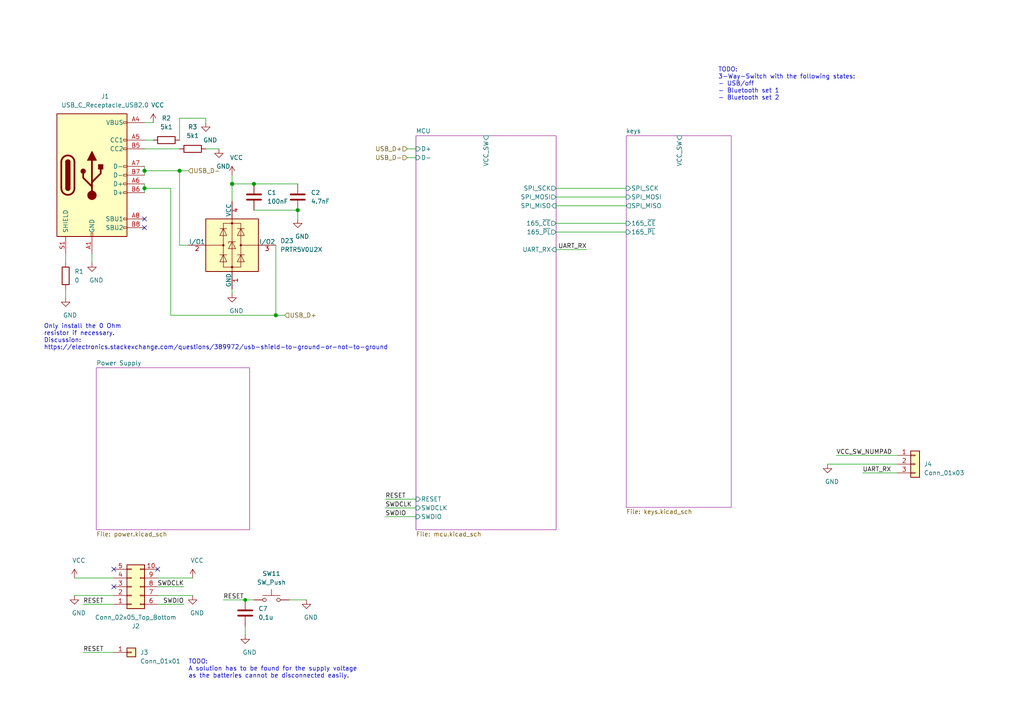
<source format=kicad_sch>
(kicad_sch (version 20201015) (generator eeschema)
  (paper "A4")
  (lib_symbols
    (symbol "Connector:USB_C_Receptacle_USB2.0" (pin_names (offset 1.016))
      (property "Reference" "J" (at -10.16 19.05 0))
      (property "Value" "USB_C_Receptacle_USB2.0" (at 19.05 19.05 0))
      (symbol "USB_C_Receptacle_USB2.0_0_0"
        (rectangle (start -0.254 -17.78) (end 0.254 -16.764))
        (rectangle (start 10.16 -14.986) (end 9.144 -15.494))
        (rectangle (start 10.16 -12.446) (end 9.144 -12.954))
        (rectangle (start 10.16 -4.826) (end 9.144 -5.334))
        (rectangle (start 10.16 -2.286) (end 9.144 -2.794))
        (rectangle (start 10.16 0.254) (end 9.144 -0.254))
        (rectangle (start 10.16 2.794) (end 9.144 2.286))
        (rectangle (start 10.16 7.874) (end 9.144 7.366))
        (rectangle (start 10.16 10.414) (end 9.144 9.906))
        (rectangle (start 10.16 15.494) (end 9.144 14.986))
      )
      (symbol "USB_C_Receptacle_USB2.0_0_1"
        (arc (start -8.89 -3.81) (end -5.08 -3.81) (radius (at -6.985 -3.81) (length 1.905) (angles -179.9 -0.1)) (stroke (width 0.508)))
        (arc (start -7.62 -3.81) (end -6.35 -3.81) (radius (at -6.985 -3.81) (length 0.635) (angles -179.9 -0.1)) (stroke (width 0.254)))
        (arc (start -7.62 -3.81) (end -6.35 -3.81) (radius (at -6.985 -3.81) (length 0.635) (angles -179.9 -0.1)) (stroke (width 0.254)) (fill (type outline)))
        (arc (start -6.35 3.81) (end -7.62 3.81) (radius (at -6.985 3.81) (length 0.635) (angles 0.1 179.9)) (stroke (width 0.254)) (fill (type outline)))
        (arc (start -6.35 3.81) (end -7.62 3.81) (radius (at -6.985 3.81) (length 0.635) (angles 0.1 179.9)) (stroke (width 0.254)))
        (arc (start -5.08 3.81) (end -8.89 3.81) (radius (at -6.985 3.81) (length 1.905) (angles 0.1 179.9)) (stroke (width 0.508)))
        (circle (center -2.54 1.143) (radius 0.635) (stroke (width 0.254)) (fill (type outline)))
        (circle (center 0 -5.842) (radius 1.27) (fill (type outline)))
        (rectangle (start -10.16 17.78) (end 10.16 -17.78) (stroke (width 0.254)) (fill (type background)))
        (rectangle (start -7.62 -3.81) (end -6.35 3.81) (stroke (width 0.254)) (fill (type outline)))
        (rectangle (start 1.905 1.778) (end 3.175 3.048) (stroke (width 0.254)) (fill (type outline)))
        (polyline (pts (xy -8.89 -3.81) (xy -8.89 3.81)) (stroke (width 0.508)))
        (polyline (pts (xy -5.08 3.81) (xy -5.08 -3.81)) (stroke (width 0.508)))
        (polyline (pts (xy 0 -5.842) (xy 0 4.318)) (stroke (width 0.508)))
        (polyline (pts (xy 0 -3.302) (xy -2.54 -0.762) (xy -2.54 0.508)) (stroke (width 0.508)))
        (polyline (pts (xy 0 -2.032) (xy 2.54 0.508) (xy 2.54 1.778)) (stroke (width 0.508)))
        (polyline (pts (xy -1.27 4.318) (xy 0 6.858) (xy 1.27 4.318) (xy -1.27 4.318)) (stroke (width 0.254)) (fill (type outline)))
      )
      (symbol "USB_C_Receptacle_USB2.0_1_1"
        (pin passive line (at 0 -22.86 90) (length 5.08) (name "GND") (number "A1"))
        (pin passive line (at 0 -22.86 90) (length 5.08) hide (name "GND") (number "A12"))
        (pin passive line (at 15.24 15.24 180) (length 5.08) (name "VBUS") (number "A4"))
        (pin bidirectional line (at 15.24 10.16 180) (length 5.08) (name "CC1") (number "A5"))
        (pin bidirectional line (at 15.24 -2.54 180) (length 5.08) (name "D+") (number "A6"))
        (pin bidirectional line (at 15.24 2.54 180) (length 5.08) (name "D-") (number "A7"))
        (pin bidirectional line (at 15.24 -12.7 180) (length 5.08) (name "SBU1") (number "A8"))
        (pin passive line (at 15.24 15.24 180) (length 5.08) hide (name "VBUS") (number "A9"))
        (pin passive line (at 0 -22.86 90) (length 5.08) hide (name "GND") (number "B1"))
        (pin passive line (at 0 -22.86 90) (length 5.08) hide (name "GND") (number "B12"))
        (pin passive line (at 15.24 15.24 180) (length 5.08) hide (name "VBUS") (number "B4"))
        (pin bidirectional line (at 15.24 7.62 180) (length 5.08) (name "CC2") (number "B5"))
        (pin bidirectional line (at 15.24 -5.08 180) (length 5.08) (name "D+") (number "B6"))
        (pin bidirectional line (at 15.24 0 180) (length 5.08) (name "D-") (number "B7"))
        (pin bidirectional line (at 15.24 -15.24 180) (length 5.08) (name "SBU2") (number "B8"))
        (pin passive line (at 15.24 15.24 180) (length 5.08) hide (name "VBUS") (number "B9"))
        (pin passive line (at -7.62 -22.86 90) (length 5.08) (name "SHIELD") (number "S1"))
      )
    )
    (symbol "Connector_Generic:Conn_01x01" (pin_names (offset 1.016) hide)
      (property "Reference" "J" (at 0 2.54 0))
      (property "Value" "Conn_01x01" (at 0 -2.54 0))
      (symbol "Conn_01x01_1_1"
        (rectangle (start -1.27 0.127) (end 0 -0.127) (stroke (width 0.1524)))
        (rectangle (start -1.27 1.27) (end 1.27 -1.27) (stroke (width 0.254)) (fill (type background)))
        (pin passive line (at -5.08 0 0) (length 3.81) (name "Pin_1") (number "1"))
      )
    )
    (symbol "Connector_Generic:Conn_01x03" (pin_names (offset 1.016) hide)
      (property "Reference" "J" (at 0 5.08 0))
      (property "Value" "Conn_01x03" (at 0 -5.08 0))
      (symbol "Conn_01x03_1_1"
        (rectangle (start -1.27 -2.413) (end 0 -2.667) (stroke (width 0.1524)))
        (rectangle (start -1.27 2.667) (end 0 2.413) (stroke (width 0.1524)))
        (rectangle (start -1.27 3.81) (end 1.27 -3.81) (stroke (width 0.254)) (fill (type background)))
        (rectangle (start -1.27 0.127) (end 0 -0.127) (stroke (width 0.1524)))
        (pin passive line (at -5.08 2.54 0) (length 3.81) (name "Pin_1") (number "1"))
        (pin passive line (at -5.08 0 0) (length 3.81) (name "Pin_2") (number "2"))
        (pin passive line (at -5.08 -2.54 0) (length 3.81) (name "Pin_3") (number "3"))
      )
    )
    (symbol "Connector_Generic:Conn_02x05_Top_Bottom" (pin_names (offset 1.016) hide)
      (property "Reference" "J" (at 1.27 7.62 0))
      (property "Value" "Conn_02x05_Top_Bottom" (at 1.27 -7.62 0))
      (symbol "Conn_02x05_Top_Bottom_1_1"
        (rectangle (start -1.27 -4.953) (end 0 -5.207) (stroke (width 0.1524)))
        (rectangle (start -1.27 -2.413) (end 0 -2.667) (stroke (width 0.1524)))
        (rectangle (start -1.27 2.667) (end 0 2.413) (stroke (width 0.1524)))
        (rectangle (start -1.27 5.207) (end 0 4.953) (stroke (width 0.1524)))
        (rectangle (start -1.27 6.35) (end 3.81 -6.35) (stroke (width 0.254)) (fill (type background)))
        (rectangle (start -1.27 0.127) (end 0 -0.127) (stroke (width 0.1524)))
        (rectangle (start 3.81 -4.953) (end 2.54 -5.207) (stroke (width 0.1524)))
        (rectangle (start 3.81 -2.413) (end 2.54 -2.667) (stroke (width 0.1524)))
        (rectangle (start 3.81 2.667) (end 2.54 2.413) (stroke (width 0.1524)))
        (rectangle (start 3.81 5.207) (end 2.54 4.953) (stroke (width 0.1524)))
        (rectangle (start 3.81 0.127) (end 2.54 -0.127) (stroke (width 0.1524)))
        (pin passive line (at -5.08 5.08 0) (length 3.81) (name "Pin_1") (number "1"))
        (pin passive line (at 7.62 -5.08 180) (length 3.81) (name "Pin_10") (number "10"))
        (pin passive line (at -5.08 2.54 0) (length 3.81) (name "Pin_2") (number "2"))
        (pin passive line (at -5.08 0 0) (length 3.81) (name "Pin_3") (number "3"))
        (pin passive line (at -5.08 -2.54 0) (length 3.81) (name "Pin_4") (number "4"))
        (pin passive line (at -5.08 -5.08 0) (length 3.81) (name "Pin_5") (number "5"))
        (pin passive line (at 7.62 5.08 180) (length 3.81) (name "Pin_6") (number "6"))
        (pin passive line (at 7.62 2.54 180) (length 3.81) (name "Pin_7") (number "7"))
        (pin passive line (at 7.62 0 180) (length 3.81) (name "Pin_8") (number "8"))
        (pin passive line (at 7.62 -2.54 180) (length 3.81) (name "Pin_9") (number "9"))
      )
    )
    (symbol "Device:C" (pin_numbers hide) (pin_names (offset 0.254))
      (property "Reference" "C" (at 0.635 2.54 0))
      (property "Value" "C" (at 0.635 -2.54 0))
      (symbol "C_0_1"
        (polyline (pts (xy -2.032 -0.762) (xy 2.032 -0.762)) (stroke (width 0.508)))
        (polyline (pts (xy -2.032 0.762) (xy 2.032 0.762)) (stroke (width 0.508)))
      )
      (symbol "C_1_1"
        (pin passive line (at 0 3.81 270) (length 2.794) (name "~") (number "1"))
        (pin passive line (at 0 -3.81 90) (length 2.794) (name "~") (number "2"))
      )
    )
    (symbol "Device:R" (pin_numbers hide) (pin_names (offset 0))
      (property "Reference" "R" (at 2.032 0 90))
      (property "Value" "R" (at 0 0 90))
      (symbol "R_0_1"
        (rectangle (start -1.016 -2.54) (end 1.016 2.54) (stroke (width 0.254)))
      )
      (symbol "R_1_1"
        (pin passive line (at 0 3.81 270) (length 1.27) (name "~") (number "1"))
        (pin passive line (at 0 -3.81 90) (length 1.27) (name "~") (number "2"))
      )
    )
    (symbol "Power_Protection:PRTR5V0U2X" (pin_names (offset 0))
      (property "Reference" "D" (at 2.794 8.636 0))
      (property "Value" "PRTR5V0U2X" (at 8.128 -9.398 0))
      (symbol "PRTR5V0U2X_0_1"
        (circle (center -2.54 0) (radius 0.254) (fill (type outline)))
        (circle (center 0 -6.35) (radius 0.254) (fill (type outline)))
        (circle (center 0 6.35) (radius 0.254) (fill (type outline)))
        (circle (center 2.54 0) (radius 0.254) (fill (type outline)))
        (rectangle (start -7.62 -7.62) (end 7.62 7.62) (stroke (width 0.254)) (fill (type background)))
        (rectangle (start -2.54 6.35) (end 2.54 -6.35))
        (polyline (pts (xy -2.54 0) (xy -7.62 0)))
        (polyline (pts (xy -1.524 -2.794) (xy -3.556 -2.794)))
        (polyline (pts (xy -1.524 4.826) (xy -3.556 4.826)))
        (polyline (pts (xy 0 -7.62) (xy 0 7.62)))
        (polyline (pts (xy 1.524 -2.794) (xy 3.556 -2.794)))
        (polyline (pts (xy 1.524 4.826) (xy 3.556 4.826)))
        (polyline (pts (xy 2.54 0) (xy 7.62 0)))
        (polyline (pts (xy 1.016 1.016) (xy -1.016 1.016) (xy -1.016 0.508)))
        (polyline (pts (xy -3.556 -4.826) (xy -1.524 -4.826) (xy -2.54 -2.794) (xy -3.556 -4.826)))
        (polyline (pts (xy -3.556 2.794) (xy -1.524 2.794) (xy -2.54 4.826) (xy -3.556 2.794)))
        (polyline (pts (xy -1.016 -1.016) (xy 1.016 -1.016) (xy 0 1.016) (xy -1.016 -1.016)))
        (polyline (pts (xy 3.556 -4.826) (xy 1.524 -4.826) (xy 2.54 -2.794) (xy 3.556 -4.826)))
        (polyline (pts (xy 3.556 2.794) (xy 1.524 2.794) (xy 2.54 4.826) (xy 3.556 2.794)))
      )
      (symbol "PRTR5V0U2X_1_1"
        (pin passive line (at 0 -12.7 90) (length 5.08) (name "GND") (number "1"))
        (pin passive line (at -12.7 0 0) (length 5.08) (name "I/O1") (number "2"))
        (pin passive line (at 12.7 0 180) (length 5.08) (name "I/O2") (number "3"))
        (pin passive line (at 0 12.7 270) (length 5.08) (name "VCC") (number "4"))
      )
    )
    (symbol "Switch:SW_Push" (pin_numbers hide) (pin_names (offset 1.016) hide)
      (property "Reference" "SW" (at 1.27 2.54 0))
      (property "Value" "SW_Push" (at 0 -1.524 0))
      (symbol "SW_Push_0_1"
        (circle (center -2.032 0) (radius 0.508))
        (circle (center 2.032 0) (radius 0.508))
        (polyline (pts (xy 0 1.27) (xy 0 3.048)))
        (polyline (pts (xy 2.54 1.27) (xy -2.54 1.27)))
        (pin passive line (at -5.08 0 0) (length 2.54) (name "1") (number "1"))
        (pin passive line (at 5.08 0 180) (length 2.54) (name "2") (number "2"))
      )
    )
    (symbol "power:GND" (power) (pin_names (offset 0))
      (property "Value" "GND" (at 0 -3.81 0))
      (symbol "GND_0_1"
        (polyline (pts (xy 0 0) (xy 0 -1.27) (xy 1.27 -1.27) (xy 0 -2.54) (xy -1.27 -1.27) (xy 0 -1.27)))
      )
      (symbol "GND_1_1"
        (pin power_in line (at 0 0 270) (length 0) hide (name "GND") (number "1"))
      )
    )
    (symbol "power:VCC" (power) (pin_names (offset 0))
      (property "Value" "VCC" (at 0 3.81 0))
      (symbol "VCC_0_1"
        (polyline (pts (xy -0.762 1.27) (xy 0 2.54)))
        (polyline (pts (xy 0 0) (xy 0 2.54)))
        (polyline (pts (xy 0 2.54) (xy 0.762 1.27)))
      )
      (symbol "VCC_1_1"
        (pin power_in line (at 0 0 90) (length 0) hide (name "VCC") (number "1"))
      )
    )
  )
  (junction (at 41.91 49.53) (diameter 1.016))
  (junction (at 41.91 54.61) (diameter 1.016))
  (junction (at 52.07 49.53) (diameter 1.016))
  (junction (at 67.31 53.34) (diameter 1.016))
  (junction (at 71.12 173.99) (diameter 0.9144))
  (junction (at 73.66 53.34) (diameter 1.016))
  (junction (at 80.01 91.44) (diameter 1.016))
  (junction (at 86.36 60.96) (diameter 1.016))
  (no_connect (at 33.02 170.18))
  (no_connect (at 41.91 63.5))
  (no_connect (at 41.91 66.04))
  (no_connect (at 33.02 165.1))
  (no_connect (at 45.72 165.1))
  (wire (pts (xy 19.05 73.66) (xy 19.05 76.2)))
  (wire (pts (xy 19.05 83.82) (xy 19.05 86.36)))
  (wire (pts (xy 21.59 167.64) (xy 33.02 167.64)))
  (wire (pts (xy 21.59 172.72) (xy 33.02 172.72)))
  (wire (pts (xy 24.13 175.26) (xy 33.02 175.26)))
  (wire (pts (xy 24.13 189.23) (xy 33.02 189.23)))
  (wire (pts (xy 26.67 73.66) (xy 26.67 76.2)))
  (wire (pts (xy 41.91 35.56) (xy 44.45 35.56)))
  (wire (pts (xy 41.91 40.64) (xy 44.45 40.64)))
  (wire (pts (xy 41.91 43.18) (xy 52.07 43.18)))
  (wire (pts (xy 41.91 48.26) (xy 41.91 49.53)))
  (wire (pts (xy 41.91 49.53) (xy 41.91 50.8)))
  (wire (pts (xy 41.91 49.53) (xy 52.07 49.53)))
  (wire (pts (xy 41.91 53.34) (xy 41.91 54.61)))
  (wire (pts (xy 41.91 54.61) (xy 41.91 55.88)))
  (wire (pts (xy 45.72 167.64) (xy 55.88 167.64)))
  (wire (pts (xy 45.72 170.18) (xy 53.34 170.18)))
  (wire (pts (xy 45.72 172.72) (xy 55.88 172.72)))
  (wire (pts (xy 45.72 175.26) (xy 53.34 175.26)))
  (wire (pts (xy 49.53 54.61) (xy 41.91 54.61)))
  (wire (pts (xy 49.53 91.44) (xy 49.53 54.61)))
  (wire (pts (xy 52.07 34.29) (xy 52.07 40.64)))
  (wire (pts (xy 52.07 49.53) (xy 52.07 71.12)))
  (wire (pts (xy 52.07 49.53) (xy 54.61 49.53)))
  (wire (pts (xy 52.07 71.12) (xy 54.61 71.12)))
  (wire (pts (xy 59.69 34.29) (xy 52.07 34.29)))
  (wire (pts (xy 59.69 35.56) (xy 59.69 34.29)))
  (wire (pts (xy 59.69 43.18) (xy 63.5 43.18)))
  (wire (pts (xy 64.77 173.99) (xy 71.12 173.99)))
  (wire (pts (xy 67.31 53.34) (xy 67.31 50.8)))
  (wire (pts (xy 67.31 53.34) (xy 73.66 53.34)))
  (wire (pts (xy 67.31 58.42) (xy 67.31 53.34)))
  (wire (pts (xy 67.31 83.82) (xy 67.31 85.09)))
  (wire (pts (xy 71.12 173.99) (xy 73.66 173.99)))
  (wire (pts (xy 71.12 181.61) (xy 71.12 184.15)))
  (wire (pts (xy 73.66 53.34) (xy 86.36 53.34)))
  (wire (pts (xy 73.66 60.96) (xy 86.36 60.96)))
  (wire (pts (xy 80.01 71.12) (xy 80.01 91.44)))
  (wire (pts (xy 80.01 91.44) (xy 49.53 91.44)))
  (wire (pts (xy 80.01 91.44) (xy 82.55 91.44)))
  (wire (pts (xy 83.82 173.99) (xy 88.9 173.99)))
  (wire (pts (xy 86.36 60.96) (xy 86.36 63.5)))
  (wire (pts (xy 111.76 144.78) (xy 120.65 144.78)))
  (wire (pts (xy 111.76 147.32) (xy 120.65 147.32)))
  (wire (pts (xy 111.76 149.86) (xy 120.65 149.86)))
  (wire (pts (xy 118.11 43.18) (xy 120.65 43.18)))
  (wire (pts (xy 118.11 45.72) (xy 120.65 45.72)))
  (wire (pts (xy 161.29 54.61) (xy 181.61 54.61)))
  (wire (pts (xy 161.29 57.15) (xy 181.61 57.15)))
  (wire (pts (xy 161.29 59.69) (xy 181.61 59.69)))
  (wire (pts (xy 161.29 64.77) (xy 181.61 64.77)))
  (wire (pts (xy 161.29 67.31) (xy 181.61 67.31)))
  (wire (pts (xy 161.29 72.39) (xy 170.18 72.39)))
  (wire (pts (xy 240.03 134.62) (xy 260.35 134.62)))
  (wire (pts (xy 242.57 132.08) (xy 260.35 132.08)))
  (wire (pts (xy 250.19 137.16) (xy 260.35 137.16)))
  (text "Only install the 0 Ohm\nresistor if necessary.\nDiscussion:\nhttps://electronics.stackexchange.com/questions/389972/usb-shield-to-ground-or-not-to-ground" (at 12.7 101.6 0) (effects (font (size 1.27 1.27)) (justify left bottom)))
  (text "TODO:\nA solution has to be found for the supply voltage\nas the batteries cannot be disconnected easily." (at 54.61 196.85 0) (effects (font (size 1.27 1.27)) (justify left bottom)))
  (text "TODO:\n3-Way-Switch with the following states:\n- USB/off\n- Bluetooth set 1\n- Bluetooth set 2" (at 208.28 29.21 0) (effects (font (size 1.27 1.27)) (justify left bottom)))
  (label "RESET" (at 24.13 175.26 0))
  (label "RESET" (at 24.13 189.23 0))
  (label "SWDCLK" (at 53.34 170.18 180))
  (label "SWDIO" (at 53.34 175.26 180))
  (label "RESET" (at 64.77 173.99 0))
  (label "RESET" (at 111.76 144.78 0))
  (label "SWDCLK" (at 111.76 147.32 0))
  (label "SWDIO" (at 111.76 149.86 0))
  (label "UART_RX" (at 170.18 72.39 180))
  (label "VCC_SW_NUMPAD" (at 242.57 132.08 0))
  (label "UART_RX" (at 250.19 137.16 0))
  (hierarchical_label "USB_D-" (shape input) (at 54.61 49.53 0))
  (hierarchical_label "USB_D+" (shape input) (at 82.55 91.44 0))
  (hierarchical_label "USB_D+" (shape input) (at 118.11 43.18 180))
  (hierarchical_label "USB_D-" (shape input) (at 118.11 45.72 180))
  (symbol (lib_id "power:VCC") (at 21.59 167.64 0) (unit 1)
    (property "Reference" "#PWR0115" (effects hide))
    (property "Value" "VCC" (at 22.86 162.56 0))
  )
  (symbol (lib_id "power:VCC") (at 44.45 35.56 0) (unit 1)
    (property "Reference" "#PWR0108" (effects hide))
    (property "Value" "VCC" (at 45.72 30.48 0))
  )
  (symbol (lib_id "power:VCC") (at 55.88 167.64 0) (unit 1)
    (property "Reference" "#PWR0116" (effects hide))
    (property "Value" "VCC" (at 57.15 162.56 0))
  )
  (symbol (lib_id "power:VCC") (at 67.31 50.8 0) (unit 1)
    (property "Reference" "#PWR0105" (effects hide))
    (property "Value" "VCC" (at 68.58 45.72 0))
  )
  (symbol (lib_id "power:GND") (at 19.05 86.36 0) (unit 1)
    (property "Reference" "#PWR0102" (effects hide))
    (property "Value" "GND" (at 20.32 91.44 0))
  )
  (symbol (lib_id "power:GND") (at 21.59 172.72 0) (unit 1)
    (property "Reference" "#PWR0114" (effects hide))
    (property "Value" "GND" (at 22.86 177.8 0))
  )
  (symbol (lib_id "power:GND") (at 26.67 76.2 0) (unit 1)
    (property "Reference" "#PWR0101" (effects hide))
    (property "Value" "GND" (at 27.94 81.28 0))
  )
  (symbol (lib_id "power:GND") (at 55.88 172.72 0) (unit 1)
    (property "Reference" "#PWR0119" (effects hide))
    (property "Value" "GND" (at 57.15 177.8 0))
  )
  (symbol (lib_id "power:GND") (at 59.69 35.56 0) (unit 1)
    (property "Reference" "#PWR0107" (effects hide))
    (property "Value" "GND" (at 60.96 40.64 0))
  )
  (symbol (lib_id "power:GND") (at 63.5 43.18 0) (unit 1)
    (property "Reference" "#PWR0106" (effects hide))
    (property "Value" "GND" (at 64.77 48.26 0))
  )
  (symbol (lib_id "power:GND") (at 67.31 85.09 0) (unit 1)
    (property "Reference" "#PWR0103" (effects hide))
    (property "Value" "GND" (at 68.58 90.17 0))
  )
  (symbol (lib_id "power:GND") (at 71.12 184.15 0) (unit 1)
    (property "Reference" "#PWR0118" (effects hide))
    (property "Value" "GND" (at 72.39 189.23 0))
  )
  (symbol (lib_id "power:GND") (at 86.36 63.5 0) (unit 1)
    (property "Reference" "#PWR0104" (effects hide))
    (property "Value" "GND" (at 87.63 68.58 0))
  )
  (symbol (lib_id "power:GND") (at 88.9 173.99 0) (unit 1)
    (property "Reference" "#PWR0117" (effects hide))
    (property "Value" "GND" (at 90.17 179.07 0))
  )
  (symbol (lib_id "power:GND") (at 240.03 134.62 0) (unit 1)
    (property "Reference" "#PWR0120" (effects hide))
    (property "Value" "GND" (at 241.3 139.7 0))
  )
  (symbol (lib_id "Device:R") (at 19.05 80.01 0) (unit 1)
    (property "Reference" "R1" (at 21.59 78.74 0) (effects (justify left)))
    (property "Value" "0" (at 21.59 81.28 0) (effects (justify left)))
    (property "Footprint" "Resistor_SMD:R_0603_1608Metric_Pad0.98x0.95mm_HandSolder" (effects hide))
  )
  (symbol (lib_id "Device:R") (at 48.26 40.64 90) (unit 1)
    (property "Reference" "R2" (at 48.26 34.29 90))
    (property "Value" "5k1" (at 48.26 36.83 90))
    (property "Footprint" "Resistor_SMD:R_0603_1608Metric_Pad0.98x0.95mm_HandSolder" (effects hide))
  )
  (symbol (lib_id "Device:R") (at 55.88 43.18 90) (unit 1)
    (property "Reference" "R3" (at 55.88 36.83 90))
    (property "Value" "5k1" (at 55.88 39.37 90))
    (property "Footprint" "Resistor_SMD:R_0603_1608Metric_Pad0.98x0.95mm_HandSolder" (effects hide))
  )
  (symbol (lib_id "Connector_Generic:Conn_01x01") (at 38.1 189.23 0) (unit 1)
    (property "Reference" "J3" (at 40.64 189.23 0) (effects (justify left)))
    (property "Value" "Conn_01x01" (at 40.64 191.77 0) (effects (justify left)))
    (property "Footprint" "Connector_PinHeader_2.54mm:PinHeader_1x01_P2.54mm_Vertical" (effects hide))
  )
  (symbol (lib_id "Device:C") (at 71.12 177.8 0) (unit 1)
    (property "Reference" "C7" (at 74.93 176.53 0) (effects (justify left)))
    (property "Value" "0,1u" (at 74.93 179.07 0) (effects (justify left)))
    (property "Footprint" "Capacitor_SMD:C_0201_0603Metric_Pad0.64x0.40mm_HandSolder" (effects hide))
    (property "Datasheet" "https://www.mouser.de/datasheet/2/40/X7RDielectric-777024.pdf" (effects hide))
    (property "Mouser" "581-06033C104KAT4A" (effects hide))
    (property "Part Name" "06033C104KAT4A " (effects hide))
  )
  (symbol (lib_id "Device:C") (at 73.66 57.15 0) (unit 1)
    (property "Reference" "C1" (at 77.47 55.88 0) (effects (justify left)))
    (property "Value" "100nF" (at 77.47 58.42 0) (effects (justify left)))
    (property "Footprint" "Capacitor_SMD:C_0201_0603Metric_Pad0.64x0.40mm_HandSolder" (effects hide))
    (property "Datasheet" "https://www.mouser.de/datasheet/2/40/X7RDielectric-777024.pdf" (effects hide))
    (property "Mouser" "581-06033C104KAT4A" (effects hide))
    (property "Part Name" "06033C104KAT4A " (effects hide))
  )
  (symbol (lib_id "Device:C") (at 86.36 57.15 0) (unit 1)
    (property "Reference" "C2" (at 90.17 55.88 0) (effects (justify left)))
    (property "Value" "4.7nF" (at 90.17 58.42 0) (effects (justify left)))
    (property "Footprint" "Capacitor_SMD:C_0201_0603Metric_Pad0.64x0.40mm_HandSolder" (effects hide))
    (property "Datasheet" "https://www.mouser.de/datasheet/2/427/vjw1bcbascomseries-1762447.pdf" (effects hide))
    (property "Mouser" "77-VJ0603Y472KXACBC" (effects hide))
    (property "Part Name" "VJ0603Y472KXACW1BC " (effects hide))
  )
  (symbol (lib_id "Switch:SW_Push") (at 78.74 173.99 0) (unit 1)
    (property "Reference" "SW11" (at 78.74 166.37 0))
    (property "Value" "SW_Push" (at 78.74 168.91 0))
  )
  (symbol (lib_id "Connector_Generic:Conn_01x03") (at 265.43 134.62 0) (unit 1)
    (property "Reference" "J4" (at 267.97 134.62 0) (effects (justify left)))
    (property "Value" "Conn_01x03" (at 267.97 137.16 0) (effects (justify left)))
  )
  (symbol (lib_id "Connector_Generic:Conn_02x05_Top_Bottom") (at 38.1 170.18 0) (mirror x) (unit 1)
    (property "Reference" "J2" (at 39.37 181.61 0))
    (property "Value" "Conn_02x05_Top_Bottom" (at 39.37 179.07 0))
    (property "Footprint" "footprints:programming_port_st_link_clone" (effects hide))
  )
  (symbol (lib_id "Power_Protection:PRTR5V0U2X") (at 67.31 71.12 0) (unit 1)
    (property "Reference" "D23" (at 81.28 69.85 0) (effects (justify left)))
    (property "Value" "PRTR5V0U2X" (at 81.28 72.39 0) (effects (justify left)))
    (property "Footprint" "Package_TO_SOT_SMD:SOT-143" (effects hide))
    (property "Datasheet" "https://assets.nexperia.com/documents/data-sheet/PRTR5V0U2X.pdf" (effects hide))
    (property "Mouser" " 771-PRTR5V0U2X-T/R " (effects hide))
    (property "Part Name" "PRTR5V0U2X,215" (effects hide))
  )
  (symbol (lib_id "Connector:USB_C_Receptacle_USB2.0") (at 26.67 50.8 0) (unit 1)
    (property "Reference" "J1" (at 30.48 27.94 0))
    (property "Value" "USB_C_Receptacle_USB2.0" (at 30.48 30.48 0))
    (property "Footprint" "footprints:USB_C_Receptale_JAE_DX07S016JA1R1500" (effects hide))
    (property "Datasheet" "https://www.usb.org/sites/default/files/documents/usb_type-c.zip" (effects hide))
    (property "Mouser" " 656-DX07S016JA1R1500 " (effects hide))
    (property "Part Name" "DX07S016JA1R1500" (effects hide))
  )
  (sheet (at 120.65 39.37) (size 40.64 114.3) (stroke (width 0.001) (color 132 0 132 1)) (fill (color 255 255 255 0.0000))
    (property "Schaltplanname" "MCU" (at 120.65 38.7341 0) (effects (justify left bottom)))
    (property "Dateiname Blatt" "mcu.kicad_sch" (at 120.65 154.1789 0) (effects (justify left top)))
    (pin "VCC_SW" input (at 140.97 39.37 90))
    (pin "D+" input (at 120.65 43.18 180))
    (pin "D-" input (at 120.65 45.72 180))
    (pin "SWDIO" input (at 120.65 149.86 180))
    (pin "SWDCLK" input (at 120.65 147.32 180))
    (pin "RESET" input (at 120.65 144.78 180))
    (pin "UART_RX" input (at 161.29 72.39 0))
    (pin "SPI_MISO" input (at 161.29 59.69 0))
    (pin "SPI_SCK" output (at 161.29 54.61 0))
    (pin "SPI_MOSI" output (at 161.29 57.15 0))
    (pin "165_~CE" output (at 161.29 64.77 0))
    (pin "165_~PL" output (at 161.29 67.31 0))
  )
  (sheet (at 27.94 106.68) (size 44.45 46.99) (stroke (width 0.001) (color 132 0 132 1)) (fill (color 255 255 255 0.0000))
    (property "Schaltplanname" "Power Supply" (at 27.94 106.0441 0) (effects (justify left bottom)))
    (property "Dateiname Blatt" "power.kicad_sch" (at 27.94 154.1789 0) (effects (justify left top)))
  )
  (sheet (at 181.61 39.37) (size 30.48 107.7976) (stroke (width 0.001) (color 132 0 132 1)) (fill (color 255 255 255 0.0000))
    (property "Schaltplanname" "keys" (at 181.61 38.7341 0) (effects (justify left bottom)))
    (property "Dateiname Blatt" "keys.kicad_sch" (at 181.61 147.6765 0) (effects (justify left top)))
    (pin "VCC_SW" input (at 197.0532 39.37 90))
    (pin "SPI_SCK" input (at 181.61 54.61 180))
    (pin "SPI_MOSI" input (at 181.61 57.15 180))
    (pin "165_~CE" input (at 181.61 64.77 180))
    (pin "165_~PL" input (at 181.61 67.31 180))
    (pin "SPI_MISO" output (at 181.61 59.69 180))
  )
)
</source>
